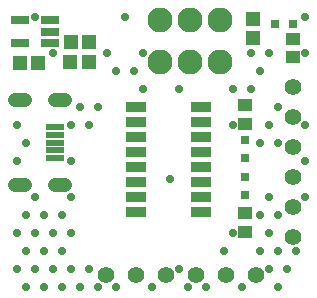
<source format=gts>
G04*
G04 #@! TF.GenerationSoftware,Altium Limited,Altium Designer,20.2.6 (244)*
G04*
G04 Layer_Color=8388736*
%FSLAX25Y25*%
%MOIN*%
G70*
G04*
G04 #@! TF.SameCoordinates,3022D20F-0E7D-494E-A21C-2806337C0760*
G04*
G04*
G04 #@! TF.FilePolarity,Negative*
G04*
G01*
G75*
%ADD22R,0.03150X0.03150*%
%ADD23R,0.03150X0.03150*%
%ADD26R,0.06312X0.02375*%
%ADD27R,0.06509X0.03359*%
%ADD28R,0.05918X0.03162*%
%ADD29R,0.04737X0.03950*%
%ADD30R,0.04737X0.04343*%
%ADD31R,0.04737X0.04737*%
%ADD32R,0.04737X0.04737*%
%ADD33O,0.08083X0.04934*%
%ADD34C,0.08280*%
%ADD35C,0.05524*%
%ADD36C,0.02800*%
D22*
X96453Y89500D02*
D03*
X90547D02*
D03*
D23*
X80500Y38453D02*
D03*
Y32547D02*
D03*
Y45047D02*
D03*
Y50953D02*
D03*
D26*
X17000Y55118D02*
D03*
Y52559D02*
D03*
Y50000D02*
D03*
Y47441D02*
D03*
Y44882D02*
D03*
D27*
X44272Y62000D02*
D03*
Y57000D02*
D03*
Y52000D02*
D03*
Y47000D02*
D03*
Y42000D02*
D03*
Y37000D02*
D03*
Y32000D02*
D03*
Y27000D02*
D03*
X65728Y62000D02*
D03*
Y57000D02*
D03*
Y52000D02*
D03*
Y47000D02*
D03*
Y42000D02*
D03*
Y37000D02*
D03*
Y32000D02*
D03*
Y27000D02*
D03*
D28*
X15618Y83260D02*
D03*
Y87000D02*
D03*
Y90740D02*
D03*
X5382D02*
D03*
Y83260D02*
D03*
D29*
X96500Y84405D02*
D03*
Y78500D02*
D03*
D30*
X80500Y26650D02*
D03*
Y20350D02*
D03*
Y62650D02*
D03*
Y56350D02*
D03*
D31*
X11650Y76500D02*
D03*
X5350D02*
D03*
X28650Y83650D02*
D03*
X22350D02*
D03*
X28500Y77000D02*
D03*
X22201D02*
D03*
D32*
X83000Y91150D02*
D03*
Y84850D02*
D03*
D33*
X18968Y35925D02*
D03*
X5386D02*
D03*
Y64075D02*
D03*
X18968D02*
D03*
D34*
X52000Y91000D02*
D03*
X62000D02*
D03*
X72000D02*
D03*
X52000Y77000D02*
D03*
X62000D02*
D03*
X72000D02*
D03*
D35*
X34000Y6000D02*
D03*
X44000D02*
D03*
X64000D02*
D03*
X54000D02*
D03*
X74000D02*
D03*
X84000D02*
D03*
X96500Y18500D02*
D03*
Y28500D02*
D03*
Y48500D02*
D03*
Y38500D02*
D03*
Y58500D02*
D03*
Y68500D02*
D03*
D36*
X100500Y92000D02*
D03*
Y80000D02*
D03*
Y56000D02*
D03*
Y44000D02*
D03*
Y32000D02*
D03*
X97500Y14000D02*
D03*
X91500Y62000D02*
D03*
Y50000D02*
D03*
Y26000D02*
D03*
Y14000D02*
D03*
X94500Y8000D02*
D03*
X91500Y2000D02*
D03*
X88500Y80000D02*
D03*
X85500Y74000D02*
D03*
X88500Y56000D02*
D03*
X85500Y50000D02*
D03*
X88500Y32000D02*
D03*
X85500Y26000D02*
D03*
X88500Y20000D02*
D03*
X85500Y14000D02*
D03*
X88500Y8000D02*
D03*
X82500Y80000D02*
D03*
Y68000D02*
D03*
X79500Y2000D02*
D03*
X76500Y68000D02*
D03*
Y56000D02*
D03*
Y20000D02*
D03*
X73500Y14000D02*
D03*
X67500Y2000D02*
D03*
X61500D02*
D03*
X58500Y68000D02*
D03*
X55500Y38000D02*
D03*
X58500Y8000D02*
D03*
X49500Y2000D02*
D03*
X46500Y80000D02*
D03*
X43500Y74000D02*
D03*
X46500Y68000D02*
D03*
X40500Y92000D02*
D03*
X37500Y74000D02*
D03*
Y2000D02*
D03*
X34500Y80000D02*
D03*
X31500Y62000D02*
D03*
Y2000D02*
D03*
X25500Y62000D02*
D03*
X28500Y56000D02*
D03*
Y8000D02*
D03*
X25500Y2000D02*
D03*
X22500Y56000D02*
D03*
Y44000D02*
D03*
Y32000D02*
D03*
X19500Y26000D02*
D03*
X22500Y20000D02*
D03*
X19500Y14000D02*
D03*
X22500Y8000D02*
D03*
X19500Y2000D02*
D03*
X16500Y80000D02*
D03*
X13500Y26000D02*
D03*
X16500Y20000D02*
D03*
X13500Y14000D02*
D03*
X16500Y8000D02*
D03*
X13500Y2000D02*
D03*
X10500Y92000D02*
D03*
X7500Y50000D02*
D03*
X10500Y32000D02*
D03*
X7500Y26000D02*
D03*
X10500Y20000D02*
D03*
X7500Y14000D02*
D03*
X10500Y8000D02*
D03*
X7500Y2000D02*
D03*
X4500Y56000D02*
D03*
Y44000D02*
D03*
Y20000D02*
D03*
Y8000D02*
D03*
M02*

</source>
